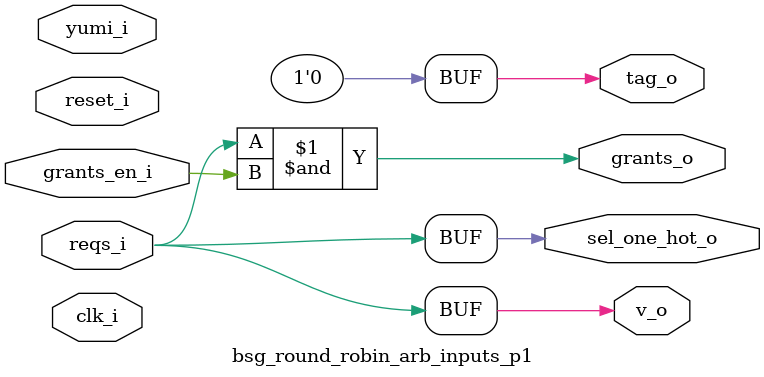
<source format=v>
module bsg_round_robin_arb_inputs_p1(	// file.cleaned.mlir:2:3
  input  clk_i,	// file.cleaned.mlir:2:47
         reset_i,	// file.cleaned.mlir:2:63
         grants_en_i,	// file.cleaned.mlir:2:81
         reqs_i,	// file.cleaned.mlir:2:103
         yumi_i,	// file.cleaned.mlir:2:120
  output grants_o,	// file.cleaned.mlir:2:138
         sel_one_hot_o,	// file.cleaned.mlir:2:157
         v_o,	// file.cleaned.mlir:2:181
         tag_o	// file.cleaned.mlir:2:195
);

  assign grants_o = reqs_i & grants_en_i;	// file.cleaned.mlir:4:10, :5:5
  assign sel_one_hot_o = reqs_i;	// file.cleaned.mlir:5:5
  assign v_o = reqs_i;	// file.cleaned.mlir:5:5
  assign tag_o = 1'h0;	// file.cleaned.mlir:3:14, :5:5
endmodule


</source>
